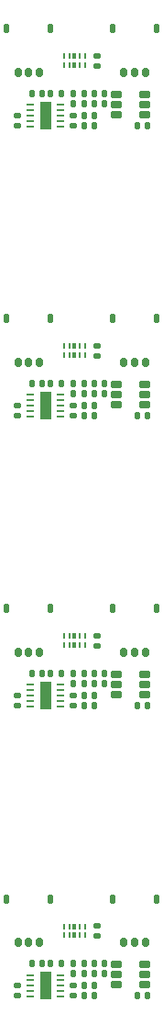
<source format=gbr>
%TF.GenerationSoftware,KiCad,Pcbnew,8.0.4*%
%TF.CreationDate,2024-12-12T16:30:21+01:00*%
%TF.ProjectId,Combined_Module_Panel,436f6d62-696e-4656-945f-4d6f64756c65,rev?*%
%TF.SameCoordinates,Original*%
%TF.FileFunction,Paste,Bot*%
%TF.FilePolarity,Positive*%
%FSLAX46Y46*%
G04 Gerber Fmt 4.6, Leading zero omitted, Abs format (unit mm)*
G04 Created by KiCad (PCBNEW 8.0.4) date 2024-12-12 16:30:21*
%MOMM*%
%LPD*%
G01*
G04 APERTURE LIST*
G04 Aperture macros list*
%AMRoundRect*
0 Rectangle with rounded corners*
0 $1 Rounding radius*
0 $2 $3 $4 $5 $6 $7 $8 $9 X,Y pos of 4 corners*
0 Add a 4 corners polygon primitive as box body*
4,1,4,$2,$3,$4,$5,$6,$7,$8,$9,$2,$3,0*
0 Add four circle primitives for the rounded corners*
1,1,$1+$1,$2,$3*
1,1,$1+$1,$4,$5*
1,1,$1+$1,$6,$7*
1,1,$1+$1,$8,$9*
0 Add four rect primitives between the rounded corners*
20,1,$1+$1,$2,$3,$4,$5,0*
20,1,$1+$1,$4,$5,$6,$7,0*
20,1,$1+$1,$6,$7,$8,$9,0*
20,1,$1+$1,$8,$9,$2,$3,0*%
G04 Aperture macros list end*
%ADD10RoundRect,0.142500X0.142500X0.167500X-0.142500X0.167500X-0.142500X-0.167500X0.142500X-0.167500X0*%
%ADD11RoundRect,0.050000X-0.050000X0.232500X-0.050000X-0.232500X0.050000X-0.232500X0.050000X0.232500X0*%
%ADD12RoundRect,0.100000X-0.100000X0.182500X-0.100000X-0.182500X0.100000X-0.182500X0.100000X0.182500X0*%
%ADD13RoundRect,0.142500X-0.167500X0.142500X-0.167500X-0.142500X0.167500X-0.142500X0.167500X0.142500X0*%
%ADD14RoundRect,0.175000X-0.175000X-0.225000X0.175000X-0.225000X0.175000X0.225000X-0.175000X0.225000X0*%
%ADD15RoundRect,0.137500X-0.137500X-0.262500X0.137500X-0.262500X0.137500X0.262500X-0.137500X0.262500X0*%
%ADD16RoundRect,0.142500X0.167500X-0.142500X0.167500X0.142500X-0.167500X0.142500X-0.167500X-0.142500X0*%
%ADD17RoundRect,0.142500X-0.142500X-0.167500X0.142500X-0.167500X0.142500X0.167500X-0.142500X0.167500X0*%
%ADD18RoundRect,0.060000X0.240000X0.060000X-0.240000X0.060000X-0.240000X-0.060000X0.240000X-0.060000X0*%
%ADD19RoundRect,0.105000X0.420000X1.170000X-0.420000X1.170000X-0.420000X-1.170000X0.420000X-1.170000X0*%
%ADD20RoundRect,0.150000X-0.400000X-0.150000X0.400000X-0.150000X0.400000X0.150000X-0.400000X0.150000X0*%
G04 APERTURE END LIST*
D10*
%TO.C,R20*%
X144420581Y-55439722D03*
X143460581Y-55439722D03*
%TD*%
%TO.C,C47*%
X149345581Y-108981322D03*
X148385581Y-108981322D03*
%TD*%
D11*
%TO.C,U12*%
X141598059Y-129322603D03*
X142098059Y-129322603D03*
D12*
X142598059Y-129322603D03*
D11*
X143098059Y-129322603D03*
X143598059Y-129322603D03*
X143598059Y-130157603D03*
X143098059Y-130157603D03*
D12*
X142598059Y-130157603D03*
D11*
X142098059Y-130157603D03*
X141598059Y-130157603D03*
%TD*%
D13*
%TO.C,R21*%
X137325581Y-107986322D03*
X137325581Y-108946322D03*
%TD*%
D14*
%TO.C,J6*%
X147136581Y-130790703D03*
X148136581Y-130790703D03*
X149136581Y-130790703D03*
D15*
X146111581Y-126790703D03*
X150161581Y-126790703D03*
%TD*%
D13*
%TO.C,R21*%
X137325581Y-54479722D03*
X137325581Y-55439722D03*
%TD*%
D11*
%TO.C,U12*%
X141598059Y-75799522D03*
X142098059Y-75799522D03*
D12*
X142598059Y-75799522D03*
D11*
X143098059Y-75799522D03*
X143598059Y-75799522D03*
X143598059Y-76634522D03*
X143098059Y-76634522D03*
D12*
X142598059Y-76634522D03*
D11*
X142098059Y-76634522D03*
X141598059Y-76634522D03*
%TD*%
D13*
%TO.C,C46*%
X142500581Y-134756103D03*
X142500581Y-135716103D03*
%TD*%
D16*
%TO.C,C44*%
X144693381Y-130220103D03*
X144693381Y-129260103D03*
%TD*%
D10*
%TO.C,R22*%
X144420581Y-107986322D03*
X143460581Y-107986322D03*
%TD*%
D17*
%TO.C,C54*%
X144420581Y-80158022D03*
X145380581Y-80158022D03*
%TD*%
D10*
%TO.C,C34*%
X141340581Y-79208022D03*
X140380581Y-79208022D03*
%TD*%
D17*
%TO.C,R35*%
X142500581Y-105971322D03*
X143460581Y-105971322D03*
%TD*%
%TO.C,C53*%
X144420581Y-52484722D03*
X145380581Y-52484722D03*
%TD*%
D13*
%TO.C,R21*%
X137325581Y-81233022D03*
X137325581Y-82193022D03*
%TD*%
D17*
%TO.C,R36*%
X142500581Y-53394722D03*
X143460581Y-53394722D03*
%TD*%
D18*
%TO.C,U8*%
X141315581Y-133811103D03*
X141315581Y-134311103D03*
X141315581Y-134811103D03*
X141315581Y-135311103D03*
X141315581Y-135811103D03*
X138515581Y-135811103D03*
X138515581Y-135311103D03*
X138515581Y-134811103D03*
X138515581Y-134311103D03*
X138515581Y-133811103D03*
D19*
X139915581Y-134811103D03*
%TD*%
D10*
%TO.C,C47*%
X149345581Y-55474722D03*
X148385581Y-55474722D03*
%TD*%
%TO.C,R22*%
X144420581Y-81233022D03*
X143460581Y-81233022D03*
%TD*%
D16*
%TO.C,C44*%
X144693381Y-103450322D03*
X144693381Y-102490322D03*
%TD*%
D14*
%TO.C,J4*%
X137363581Y-50514322D03*
X138363581Y-50514322D03*
X139363581Y-50514322D03*
D15*
X136338581Y-46514322D03*
X140388581Y-46514322D03*
%TD*%
D17*
%TO.C,C54*%
X144420581Y-106911322D03*
X145380581Y-106911322D03*
%TD*%
D14*
%TO.C,J6*%
X147136581Y-104020922D03*
X148136581Y-104020922D03*
X149136581Y-104020922D03*
D15*
X146111581Y-100020922D03*
X150161581Y-100020922D03*
%TD*%
D20*
%TO.C,U13*%
X146485581Y-107961322D03*
X146485581Y-107011322D03*
X146485581Y-106061322D03*
X149085581Y-106061322D03*
X149085581Y-107011322D03*
X149085581Y-107961322D03*
%TD*%
D17*
%TO.C,R35*%
X142500581Y-132741103D03*
X143460581Y-132741103D03*
%TD*%
%TO.C,R35*%
X142500581Y-52464722D03*
X143460581Y-52464722D03*
%TD*%
%TO.C,R36*%
X142500581Y-106901322D03*
X143460581Y-106901322D03*
%TD*%
%TO.C,C35*%
X138630581Y-105951322D03*
X139590581Y-105951322D03*
%TD*%
D10*
%TO.C,R22*%
X144420581Y-54479722D03*
X143460581Y-54479722D03*
%TD*%
%TO.C,C47*%
X149345581Y-82228022D03*
X148385581Y-82228022D03*
%TD*%
D14*
%TO.C,J6*%
X147136581Y-77267622D03*
X148136581Y-77267622D03*
X149136581Y-77267622D03*
D15*
X146111581Y-73267622D03*
X150161581Y-73267622D03*
%TD*%
D14*
%TO.C,J4*%
X137363581Y-130790703D03*
X138363581Y-130790703D03*
X139363581Y-130790703D03*
D15*
X136338581Y-126790703D03*
X140388581Y-126790703D03*
%TD*%
D14*
%TO.C,J4*%
X137363581Y-104020922D03*
X138363581Y-104020922D03*
X139363581Y-104020922D03*
D15*
X136338581Y-100020922D03*
X140388581Y-100020922D03*
%TD*%
D10*
%TO.C,C34*%
X141340581Y-52454722D03*
X140380581Y-52454722D03*
%TD*%
D16*
%TO.C,C44*%
X144693381Y-49943722D03*
X144693381Y-48983722D03*
%TD*%
D20*
%TO.C,U13*%
X146485581Y-81208022D03*
X146485581Y-80258022D03*
X146485581Y-79308022D03*
X149085581Y-79308022D03*
X149085581Y-80258022D03*
X149085581Y-81208022D03*
%TD*%
D10*
%TO.C,C34*%
X141340581Y-105961322D03*
X140380581Y-105961322D03*
%TD*%
D13*
%TO.C,C46*%
X142500581Y-81233022D03*
X142500581Y-82193022D03*
%TD*%
D10*
%TO.C,C47*%
X149345581Y-135751103D03*
X148385581Y-135751103D03*
%TD*%
D17*
%TO.C,C35*%
X138630581Y-132721103D03*
X139590581Y-132721103D03*
%TD*%
%TO.C,R35*%
X142500581Y-79218022D03*
X143460581Y-79218022D03*
%TD*%
%TO.C,C53*%
X144420581Y-79238022D03*
X145380581Y-79238022D03*
%TD*%
D20*
%TO.C,U13*%
X146485581Y-54454722D03*
X146485581Y-53504722D03*
X146485581Y-52554722D03*
X149085581Y-52554722D03*
X149085581Y-53504722D03*
X149085581Y-54454722D03*
%TD*%
D17*
%TO.C,C53*%
X144420581Y-132761103D03*
X145380581Y-132761103D03*
%TD*%
%TO.C,C54*%
X144420581Y-133681103D03*
X145380581Y-133681103D03*
%TD*%
%TO.C,R36*%
X142500581Y-80148022D03*
X143460581Y-80148022D03*
%TD*%
%TO.C,C54*%
X144420581Y-53404722D03*
X145380581Y-53404722D03*
%TD*%
D14*
%TO.C,J4*%
X137363581Y-77267622D03*
X138363581Y-77267622D03*
X139363581Y-77267622D03*
D15*
X136338581Y-73267622D03*
X140388581Y-73267622D03*
%TD*%
D11*
%TO.C,U12*%
X141598059Y-102552822D03*
X142098059Y-102552822D03*
D12*
X142598059Y-102552822D03*
D11*
X143098059Y-102552822D03*
X143598059Y-102552822D03*
X143598059Y-103387822D03*
X143098059Y-103387822D03*
D12*
X142598059Y-103387822D03*
D11*
X142098059Y-103387822D03*
X141598059Y-103387822D03*
%TD*%
D16*
%TO.C,C44*%
X144693381Y-76697022D03*
X144693381Y-75737022D03*
%TD*%
D20*
%TO.C,U13*%
X146485581Y-134731103D03*
X146485581Y-133781103D03*
X146485581Y-132831103D03*
X149085581Y-132831103D03*
X149085581Y-133781103D03*
X149085581Y-134731103D03*
%TD*%
D10*
%TO.C,C34*%
X141340581Y-132731103D03*
X140380581Y-132731103D03*
%TD*%
D13*
%TO.C,C46*%
X142500581Y-54479722D03*
X142500581Y-55439722D03*
%TD*%
%TO.C,C46*%
X142500581Y-107986322D03*
X142500581Y-108946322D03*
%TD*%
D18*
%TO.C,U8*%
X141315581Y-107041322D03*
X141315581Y-107541322D03*
X141315581Y-108041322D03*
X141315581Y-108541322D03*
X141315581Y-109041322D03*
X138515581Y-109041322D03*
X138515581Y-108541322D03*
X138515581Y-108041322D03*
X138515581Y-107541322D03*
X138515581Y-107041322D03*
D19*
X139915581Y-108041322D03*
%TD*%
D10*
%TO.C,R22*%
X144420581Y-134756103D03*
X143460581Y-134756103D03*
%TD*%
D14*
%TO.C,J6*%
X147136581Y-50514322D03*
X148136581Y-50514322D03*
X149136581Y-50514322D03*
D15*
X146111581Y-46514322D03*
X150161581Y-46514322D03*
%TD*%
D10*
%TO.C,R20*%
X144420581Y-82193022D03*
X143460581Y-82193022D03*
%TD*%
%TO.C,R20*%
X144420581Y-135716103D03*
X143460581Y-135716103D03*
%TD*%
D11*
%TO.C,U12*%
X141598059Y-49046222D03*
X142098059Y-49046222D03*
D12*
X142598059Y-49046222D03*
D11*
X143098059Y-49046222D03*
X143598059Y-49046222D03*
X143598059Y-49881222D03*
X143098059Y-49881222D03*
D12*
X142598059Y-49881222D03*
D11*
X142098059Y-49881222D03*
X141598059Y-49881222D03*
%TD*%
D10*
%TO.C,R20*%
X144420581Y-108946322D03*
X143460581Y-108946322D03*
%TD*%
D13*
%TO.C,R21*%
X137325581Y-134756103D03*
X137325581Y-135716103D03*
%TD*%
D17*
%TO.C,C35*%
X138630581Y-79198022D03*
X139590581Y-79198022D03*
%TD*%
%TO.C,C53*%
X144420581Y-105991322D03*
X145380581Y-105991322D03*
%TD*%
%TO.C,R36*%
X142500581Y-133671103D03*
X143460581Y-133671103D03*
%TD*%
D18*
%TO.C,U8*%
X141315581Y-80288022D03*
X141315581Y-80788022D03*
X141315581Y-81288022D03*
X141315581Y-81788022D03*
X141315581Y-82288022D03*
X138515581Y-82288022D03*
X138515581Y-81788022D03*
X138515581Y-81288022D03*
X138515581Y-80788022D03*
X138515581Y-80288022D03*
D19*
X139915581Y-81288022D03*
%TD*%
D17*
%TO.C,C35*%
X138630581Y-52444722D03*
X139590581Y-52444722D03*
%TD*%
D18*
%TO.C,U8*%
X141315581Y-53534722D03*
X141315581Y-54034722D03*
X141315581Y-54534722D03*
X141315581Y-55034722D03*
X141315581Y-55534722D03*
X138515581Y-55534722D03*
X138515581Y-55034722D03*
X138515581Y-54534722D03*
X138515581Y-54034722D03*
X138515581Y-53534722D03*
D19*
X139915581Y-54534722D03*
%TD*%
M02*

</source>
